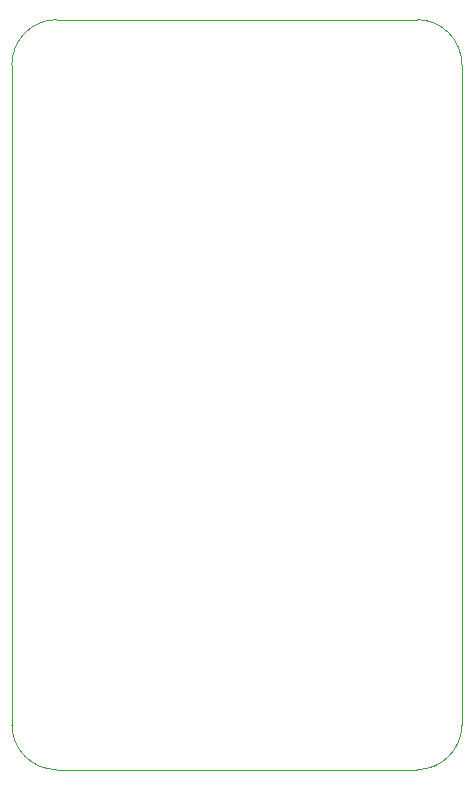
<source format=gbr>
G04 #@! TF.FileFunction,Profile,NP*
%FSLAX46Y46*%
G04 Gerber Fmt 4.6, Leading zero omitted, Abs format (unit mm)*
G04 Created by KiCad (PCBNEW 4.0.6-e0-6349~53~ubuntu16.04.1) date Wed May 31 11:55:21 2017*
%MOMM*%
%LPD*%
G01*
G04 APERTURE LIST*
%ADD10C,0.100000*%
G04 APERTURE END LIST*
D10*
X38100000Y-59690000D02*
X38100000Y-3810000D01*
X34290000Y-63500000D02*
X3810000Y-63500000D01*
X0Y-3810000D02*
X0Y-59690000D01*
X34290000Y0D02*
X3810000Y0D01*
X38100000Y-3810000D02*
G75*
G03X34290000Y0I-3810000J0D01*
G01*
X3810000Y0D02*
G75*
G03X0Y-3810000I0J-3810000D01*
G01*
X0Y-59690000D02*
G75*
G03X3810000Y-63500000I3810000J0D01*
G01*
X34290000Y-63500000D02*
G75*
G03X38100000Y-59690000I0J3810000D01*
G01*
M02*

</source>
